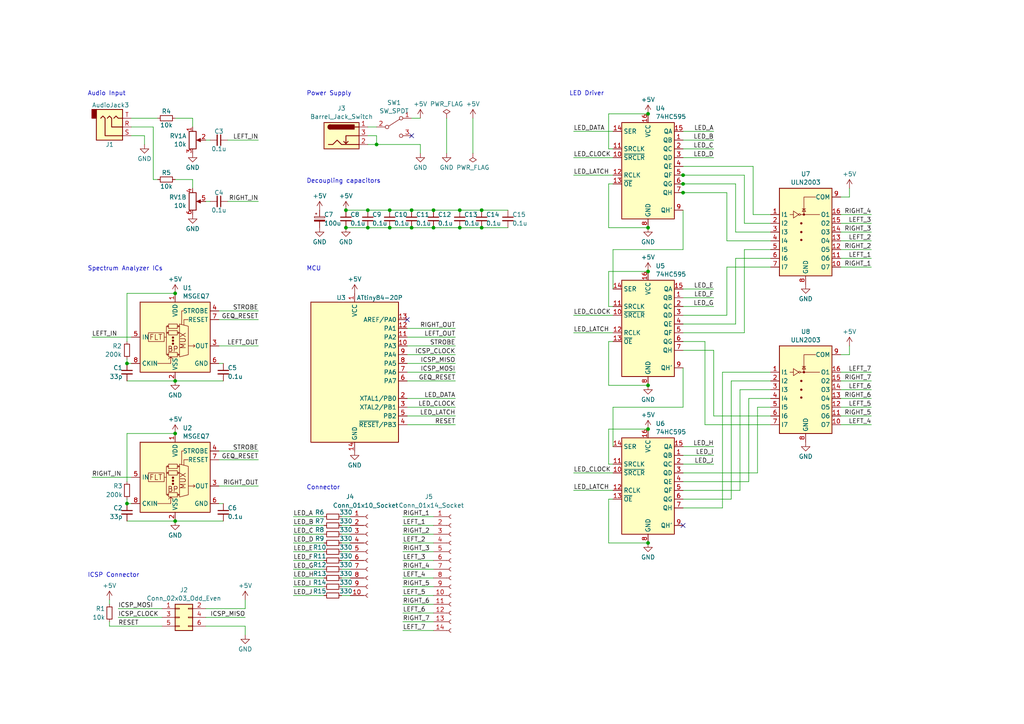
<source format=kicad_sch>
(kicad_sch (version 20230121) (generator eeschema)
  (paper "A4")
  (lib_symbols
    (symbol "74xx:74HC595"
      (property "Reference" "U" (at -7.62 13.97 0))
      (property "Value" "74HC595" (at -7.62 -16.51 0))
      (symbol "74HC595_1_0"
        (pin tri_state line (at 10.16 7.62 180) (length 2.54) (name "QB") (number "1"))
        (pin input line (at -10.16 2.54 0) (length 2.54) (name "~{SRCLR}") (number "10"))
        (pin input line (at -10.16 5.08 0) (length 2.54) (name "SRCLK") (number "11"))
        (pin input line (at -10.16 -2.54 0) (length 2.54) (name "RCLK") (number "12"))
        (pin input line (at -10.16 -5.08 0) (length 2.54) (name "~{OE}") (number "13"))
        (pin input line (at -10.16 10.16 0) (length 2.54) (name "SER") (number "14"))
        (pin tri_state line (at 10.16 10.16 180) (length 2.54) (name "QA") (number "15"))
        (pin power_in line (at 0 15.24 270) (length 2.54) (name "VCC") (number "16"))
        (pin tri_state line (at 10.16 5.08 180) (length 2.54) (name "QC") (number "2"))
        (pin tri_state line (at 10.16 2.54 180) (length 2.54) (name "QD") (number "3"))
        (pin tri_state line (at 10.16 0 180) (length 2.54) (name "QE") (number "4"))
        (pin tri_state line (at 10.16 -2.54 180) (length 2.54) (name "QF") (number "5"))
        (pin tri_state line (at 10.16 -5.08 180) (length 2.54) (name "QG") (number "6"))
        (pin tri_state line (at 10.16 -7.62 180) (length 2.54) (name "QH") (number "7"))
        (pin power_in line (at 0 -17.78 90) (length 2.54) (name "GND") (number "8"))
        (pin output line (at 10.16 -12.7 180) (length 2.54) (name "QH'") (number "9"))
      )
    )
    (symbol "Audio:MSGEQ7"
      (property "Reference" "U" (at -2.54 13.97 0))
      (property "Value" "MSGEQ7" (at -2.54 11.43 0))
      (symbol "MSGEQ7_0_0"
        (text "BP" (at -0.635 -3.429 0) (effects (font (size 1.524 1.524))))
        (text "FLT" (at -5.588 0 0) (effects (font (size 1.524 1.524))))
        (text "MUX" (at 2.286 -1.016 900) (effects (font (size 1.524 1.524))))
      )
      (symbol "MSGEQ7_1_1"
        (pin power_in line (at 0 12.7 270) (length 2.54) (name "VDD") (number "1"))
        (pin power_in line (at 0 -12.7 90) (length 2.54) (name "VSS") (number "2"))
        (pin output line (at 12.7 -2.54 180) (length 2.54) (name "OUT") (number "3"))
        (pin input line (at 12.7 7.62 180) (length 2.54) (name "STROBE") (number "4"))
        (pin input line (at -12.7 0 0) (length 2.54) (name "IN") (number "5"))
        (pin power_out line (at 12.7 -7.62 180) (length 2.54) (name "GND") (number "6"))
        (pin input line (at 12.7 5.08 180) (length 2.54) (name "RESET") (number "7"))
        (pin input line (at -12.7 -7.62 0) (length 2.54) (name "CKIN") (number "8"))
      )
    )
    (symbol "Connector:Barrel_Jack_Switch" (pin_names hide)
      (property "Reference" "J" (at 0 5.334 0))
      (property "Value" "Barrel_Jack_Switch" (at 0 -5.08 0))
      (symbol "Barrel_Jack_Switch_1_1"
        (pin passive line (at 7.62 2.54 180) (length 2.54) (name "~") (number "1"))
        (pin passive line (at 7.62 -2.54 180) (length 2.54) (name "~") (number "2"))
        (pin passive line (at 7.62 0 180) (length 2.54) (name "~") (number "3"))
      )
    )
    (symbol "Connector:Conn_01x10_Socket" (pin_names (offset 1.016) hide)
      (property "Reference" "J" (at 0 12.7 0))
      (property "Value" "Conn_01x10_Socket" (at 0 -15.24 0))
      (symbol "Conn_01x10_Socket_1_1"
        (pin passive line (at -5.08 10.16 0) (length 3.81) (name "Pin_1") (number "1"))
        (pin passive line (at -5.08 -12.7 0) (length 3.81) (name "Pin_10") (number "10"))
        (pin passive line (at -5.08 7.62 0) (length 3.81) (name "Pin_2") (number "2"))
        (pin passive line (at -5.08 5.08 0) (length 3.81) (name "Pin_3") (number "3"))
        (pin passive line (at -5.08 2.54 0) (length 3.81) (name "Pin_4") (number "4"))
        (pin passive line (at -5.08 0 0) (length 3.81) (name "Pin_5") (number "5"))
        (pin passive line (at -5.08 -2.54 0) (length 3.81) (name "Pin_6") (number "6"))
        (pin passive line (at -5.08 -5.08 0) (length 3.81) (name "Pin_7") (number "7"))
        (pin passive line (at -5.08 -7.62 0) (length 3.81) (name "Pin_8") (number "8"))
        (pin passive line (at -5.08 -10.16 0) (length 3.81) (name "Pin_9") (number "9"))
      )
    )
    (symbol "Connector:Conn_01x14_Socket" (pin_names (offset 1.016) hide)
      (property "Reference" "J" (at 0 17.78 0))
      (property "Value" "Conn_01x14_Socket" (at 0 -20.32 0))
      (symbol "Conn_01x14_Socket_1_1"
        (pin passive line (at -5.08 15.24 0) (length 3.81) (name "Pin_1") (number "1"))
        (pin passive line (at -5.08 -7.62 0) (length 3.81) (name "Pin_10") (number "10"))
        (pin passive line (at -5.08 -10.16 0) (length 3.81) (name "Pin_11") (number "11"))
        (pin passive line (at -5.08 -12.7 0) (length 3.81) (name "Pin_12") (number "12"))
        (pin passive line (at -5.08 -15.24 0) (length 3.81) (name "Pin_13") (number "13"))
        (pin passive line (at -5.08 -17.78 0) (length 3.81) (name "Pin_14") (number "14"))
        (pin passive line (at -5.08 12.7 0) (length 3.81) (name "Pin_2") (number "2"))
        (pin passive line (at -5.08 10.16 0) (length 3.81) (name "Pin_3") (number "3"))
        (pin passive line (at -5.08 7.62 0) (length 3.81) (name "Pin_4") (number "4"))
        (pin passive line (at -5.08 5.08 0) (length 3.81) (name "Pin_5") (number "5"))
        (pin passive line (at -5.08 2.54 0) (length 3.81) (name "Pin_6") (number "6"))
        (pin passive line (at -5.08 0 0) (length 3.81) (name "Pin_7") (number "7"))
        (pin passive line (at -5.08 -2.54 0) (length 3.81) (name "Pin_8") (number "8"))
        (pin passive line (at -5.08 -5.08 0) (length 3.81) (name "Pin_9") (number "9"))
      )
    )
    (symbol "Connector_Audio:AudioJack3"
      (property "Reference" "J" (at 0 8.89 0))
      (property "Value" "AudioJack3" (at 0 6.35 0))
      (symbol "AudioJack3_1_1"
        (pin passive line (at 5.08 0 180) (length 2.54) (name "~") (number "R"))
        (pin passive line (at 5.08 2.54 180) (length 2.54) (name "~") (number "S"))
        (pin passive line (at 5.08 -2.54 180) (length 2.54) (name "~") (number "T"))
      )
    )
    (symbol "Connector_Generic:Conn_02x03_Odd_Even" (pin_names (offset 1.016) hide)
      (property "Reference" "J" (at 1.27 5.08 0))
      (property "Value" "Conn_02x03_Odd_Even" (at 1.27 -5.08 0))
      (symbol "Conn_02x03_Odd_Even_1_1"
        (pin passive line (at -5.08 2.54 0) (length 3.81) (name "Pin_1") (number "1"))
        (pin passive line (at 7.62 2.54 180) (length 3.81) (name "Pin_2") (number "2"))
        (pin passive line (at -5.08 0 0) (length 3.81) (name "Pin_3") (number "3"))
        (pin passive line (at 7.62 0 180) (length 3.81) (name "Pin_4") (number "4"))
        (pin passive line (at -5.08 -2.54 0) (length 3.81) (name "Pin_5") (number "5"))
        (pin passive line (at 7.62 -2.54 180) (length 3.81) (name "Pin_6") (number "6"))
      )
    )
    (symbol "Device:C_Polarized_Small" (pin_numbers hide) (pin_names (offset 0.254) hide)
      (property "Reference" "C" (at 0.254 1.778 0))
      (property "Value" "C_Polarized_Small" (at 0.254 -2.032 0))
      (symbol "C_Polarized_Small_1_1"
        (pin passive line (at 0 2.54 270) (length 1.8542) (name "~") (number "1"))
        (pin passive line (at 0 -2.54 90) (length 1.8542) (name "~") (number "2"))
      )
    )
    (symbol "Device:C_Small" (pin_numbers hide) (pin_names (offset 0.254) hide)
      (property "Reference" "C" (at 0.254 1.778 0))
      (property "Value" "C_Small" (at 0.254 -2.032 0))
      (symbol "C_Small_1_1"
        (pin passive line (at 0 2.54 270) (length 2.032) (name "~") (number "1"))
        (pin passive line (at 0 -2.54 90) (length 2.032) (name "~") (number "2"))
      )
    )
    (symbol "Device:R_Potentiometer_Dual_Separate" (pin_names (offset 1.016) hide)
      (property "Reference" "RV" (at -4.445 0 90))
      (property "Value" "R_Potentiometer_Dual_Separate" (at -2.54 0 90))
      (symbol "R_Potentiometer_Dual_Separate_1_1"
        (pin passive line (at 0 3.81 270) (length 1.27) (name "1") (number "1"))
        (pin passive line (at 3.81 0 180) (length 1.27) (name "2") (number "2"))
        (pin passive line (at 0 -3.81 90) (length 1.27) (name "3") (number "3"))
      )
      (symbol "R_Potentiometer_Dual_Separate_2_1"
        (pin passive line (at 0 3.81 270) (length 1.27) (name "4") (number "4"))
        (pin passive line (at 3.81 0 180) (length 1.27) (name "5") (number "5"))
        (pin passive line (at 0 -3.81 90) (length 1.27) (name "6") (number "6"))
      )
    )
    (symbol "Device:R_Small" (pin_numbers hide) (pin_names (offset 0.254) hide)
      (property "Reference" "R" (at 0.762 0.508 0))
      (property "Value" "R_Small" (at 0.762 -1.016 0))
      (symbol "R_Small_1_1"
        (pin passive line (at 0 2.54 270) (length 0.762) (name "~") (number "1"))
        (pin passive line (at 0 -2.54 90) (length 0.762) (name "~") (number "2"))
      )
    )
    (symbol "MCU_Microchip_ATtiny:ATtiny84-20P"
      (property "Reference" "U" (at -12.7 21.59 0))
      (property "Value" "ATtiny84-20P" (at 2.54 -21.59 0))
      (symbol "ATtiny84-20P_1_1"
        (pin power_in line (at 0 22.86 270) (length 2.54) (name "VCC") (number "1"))
        (pin bidirectional line (at 15.24 7.62 180) (length 2.54) (name "PA3") (number "10"))
        (pin bidirectional line (at 15.24 10.16 180) (length 2.54) (name "PA2") (number "11"))
        (pin bidirectional line (at 15.24 12.7 180) (length 2.54) (name "PA1") (number "12"))
        (pin bidirectional line (at 15.24 15.24 180) (length 2.54) (name "AREF/PA0") (number "13"))
        (pin power_in line (at 0 -22.86 90) (length 2.54) (name "GND") (number "14"))
        (pin bidirectional line (at 15.24 -7.62 180) (length 2.54) (name "XTAL1/PB0") (number "2"))
        (pin bidirectional line (at 15.24 -10.16 180) (length 2.54) (name "XTAL2/PB1") (number "3"))
        (pin bidirectional line (at 15.24 -15.24 180) (length 2.54) (name "~{RESET}/PB3") (number "4"))
        (pin bidirectional line (at 15.24 -12.7 180) (length 2.54) (name "PB2") (number "5"))
        (pin bidirectional line (at 15.24 -2.54 180) (length 2.54) (name "PA7") (number "6"))
        (pin bidirectional line (at 15.24 0 180) (length 2.54) (name "PA6") (number "7"))
        (pin bidirectional line (at 15.24 2.54 180) (length 2.54) (name "PA5") (number "8"))
        (pin bidirectional line (at 15.24 5.08 180) (length 2.54) (name "PA4") (number "9"))
      )
    )
    (symbol "Switch:SW_SPDT" (pin_names (offset 0) hide)
      (property "Reference" "SW" (at 0 4.318 0))
      (property "Value" "SW_SPDT" (at 0 -5.08 0))
      (symbol "SW_SPDT_1_1"
        (pin passive line (at 5.08 2.54 180) (length 2.54) (name "A") (number "1"))
        (pin passive line (at -5.08 0 0) (length 2.54) (name "B") (number "2"))
        (pin passive line (at 5.08 -2.54 180) (length 2.54) (name "C") (number "3"))
      )
    )
    (symbol "Transistor_Array:ULN2003"
      (property "Reference" "U" (at 0 15.875 0))
      (property "Value" "ULN2003" (at 0 13.97 0))
      (symbol "ULN2003_1_1"
        (pin input line (at -10.16 5.08 0) (length 2.54) (name "I1") (number "1"))
        (pin open_collector line (at 10.16 -10.16 180) (length 2.54) (name "O7") (number "10"))
        (pin open_collector line (at 10.16 -7.62 180) (length 2.54) (name "O6") (number "11"))
        (pin open_collector line (at 10.16 -5.08 180) (length 2.54) (name "O5") (number "12"))
        (pin open_collector line (at 10.16 -2.54 180) (length 2.54) (name "O4") (number "13"))
        (pin open_collector line (at 10.16 0 180) (length 2.54) (name "O3") (number "14"))
        (pin open_collector line (at 10.16 2.54 180) (length 2.54) (name "O2") (number "15"))
        (pin open_collector line (at 10.16 5.08 180) (length 2.54) (name "O1") (number "16"))
        (pin input line (at -10.16 2.54 0) (length 2.54) (name "I2") (number "2"))
        (pin input line (at -10.16 0 0) (length 2.54) (name "I3") (number "3"))
        (pin input line (at -10.16 -2.54 0) (length 2.54) (name "I4") (number "4"))
        (pin input line (at -10.16 -5.08 0) (length 2.54) (name "I5") (number "5"))
        (pin input line (at -10.16 -7.62 0) (length 2.54) (name "I6") (number "6"))
        (pin input line (at -10.16 -10.16 0) (length 2.54) (name "I7") (number "7"))
        (pin power_in line (at 0 -15.24 90) (length 2.54) (name "GND") (number "8"))
        (pin passive line (at 10.16 10.16 180) (length 2.54) (name "COM") (number "9"))
      )
    )
    (symbol "power:+5V" (power) (pin_names (offset 0))
      (property "Value" "+5V" (at 0 3.556 0))
      (symbol "+5V_1_1"
        (pin power_in line (at 0 0 90) (length 0) hide (name "+5V") (number "1"))
      )
    )
    (symbol "power:GND" (power) (pin_names (offset 0))
      (property "Value" "GND" (at 0 -3.81 0))
      (symbol "GND_1_1"
        (pin power_in line (at 0 0 270) (length 0) hide (name "GND") (number "1"))
      )
    )
    (symbol "power:PWR_FLAG" (power) (pin_numbers hide) (pin_names (offset 0) hide)
      (property "Value" "PWR_FLAG" (at 0 3.81 0))
      (symbol "PWR_FLAG_0_0"
        (pin power_out line (at 0 0 90) (length 0) (name "pwr") (number "1"))
      )
    )
  )
  (junction (at 113.03 66.04))
  (junction (at 100.33 66.04))
  (junction (at 139.7 66.04))
  (junction (at 187.96 111.76))
  (junction (at 36.83 146.05))
  (junction (at 133.35 66.04))
  (junction (at 133.35 60.96))
  (junction (at 198.12 53.34))
  (junction (at 125.73 60.96))
  (junction (at 187.96 66.04))
  (junction (at 187.96 124.46))
  (junction (at 198.12 55.88))
  (junction (at 119.38 60.96))
  (junction (at 119.38 66.04))
  (junction (at 198.12 50.8))
  (junction (at 187.96 33.02))
  (junction (at 50.8 125.73))
  (junction (at 50.8 85.09))
  (junction (at 106.68 60.96))
  (junction (at 100.33 60.96))
  (junction (at 113.03 60.96))
  (junction (at 36.83 105.41))
  (junction (at 187.96 78.74))
  (junction (at 50.8 151.13))
  (junction (at 106.68 66.04))
  (junction (at 187.96 157.48))
  (junction (at 109.22 41.91))
  (junction (at 125.73 66.04))
  (junction (at 139.7 60.96))
  (junction (at 50.8 110.49))
  (no_connect (at 119.38 39.37))
  (no_connect (at 198.12 152.4))
  (no_connect (at 118.11 92.71))
  (wire (pts (xy 31.75 173.99) (xy 31.75 175.26)))
  (wire (pts (xy 125.73 154.94) (xy 116.84 154.94)))
  (wire (pts (xy 176.53 134.62) (xy 176.53 124.46)))
  (wire (pts (xy 59.69 176.53) (xy 71.12 176.53)))
  (wire (pts (xy 85.09 157.48) (xy 93.98 157.48)))
  (wire (pts (xy 121.92 41.91) (xy 121.92 44.45)))
  (wire (pts (xy 218.44 62.23) (xy 218.44 48.26)))
  (wire (pts (xy 198.12 147.32) (xy 209.55 147.32)))
  (wire (pts (xy 113.03 66.04) (xy 119.38 66.04)))
  (wire (pts (xy 243.84 77.47) (xy 252.73 77.47)))
  (wire (pts (xy 198.12 134.62) (xy 207.01 134.62)))
  (wire (pts (xy 85.09 154.94) (xy 93.98 154.94)))
  (wire (pts (xy 176.53 99.06) (xy 176.53 111.76)))
  (wire (pts (xy 214.63 113.03) (xy 223.52 113.03)))
  (wire (pts (xy 137.16 34.29) (xy 137.16 44.45)))
  (wire (pts (xy 213.36 74.93) (xy 213.36 93.98)))
  (wire (pts (xy 59.69 181.61) (xy 71.12 181.61)))
  (wire (pts (xy 198.12 40.64) (xy 207.01 40.64)))
  (wire (pts (xy 44.45 52.07) (xy 45.72 52.07)))
  (wire (pts (xy 210.82 69.85) (xy 210.82 55.88)))
  (wire (pts (xy 59.69 40.64) (xy 60.96 40.64)))
  (wire (pts (xy 36.83 144.78) (xy 36.83 146.05)))
  (wire (pts (xy 125.73 60.96) (xy 133.35 60.96)))
  (wire (pts (xy 85.09 149.86) (xy 93.98 149.86)))
  (wire (pts (xy 198.12 72.39) (xy 198.12 60.96)))
  (wire (pts (xy 31.75 181.61) (xy 46.99 181.61)))
  (wire (pts (xy 198.12 38.1) (xy 207.01 38.1)))
  (wire (pts (xy 215.9 64.77) (xy 223.52 64.77)))
  (wire (pts (xy 118.11 120.65) (xy 132.08 120.65)))
  (wire (pts (xy 59.69 58.42) (xy 60.96 58.42)))
  (wire (pts (xy 176.53 157.48) (xy 187.96 157.48)))
  (wire (pts (xy 74.93 40.64) (xy 66.04 40.64)))
  (wire (pts (xy 119.38 66.04) (xy 125.73 66.04)))
  (wire (pts (xy 176.53 111.76) (xy 187.96 111.76)))
  (wire (pts (xy 106.68 66.04) (xy 113.03 66.04)))
  (wire (pts (xy 196.85 53.34) (xy 198.12 53.34)))
  (wire (pts (xy 218.44 48.26) (xy 198.12 48.26)))
  (wire (pts (xy 246.38 57.15) (xy 243.84 57.15)))
  (wire (pts (xy 212.09 144.78) (xy 212.09 110.49)))
  (wire (pts (xy 41.91 39.37) (xy 41.91 41.91)))
  (wire (pts (xy 177.8 118.11) (xy 198.12 118.11)))
  (wire (pts (xy 198.12 96.52) (xy 215.9 96.52)))
  (wire (pts (xy 198.12 101.6) (xy 207.01 101.6)))
  (wire (pts (xy 38.1 105.41) (xy 36.83 105.41)))
  (wire (pts (xy 243.84 113.03) (xy 252.73 113.03)))
  (wire (pts (xy 207.01 120.65) (xy 223.52 120.65)))
  (wire (pts (xy 63.5 100.33) (xy 74.93 100.33)))
  (wire (pts (xy 166.37 38.1) (xy 177.8 38.1)))
  (wire (pts (xy 243.84 74.93) (xy 252.73 74.93)))
  (wire (pts (xy 198.12 144.78) (xy 212.09 144.78)))
  (wire (pts (xy 85.09 162.56) (xy 93.98 162.56)))
  (wire (pts (xy 63.5 133.35) (xy 74.93 133.35)))
  (wire (pts (xy 198.12 118.11) (xy 198.12 106.68)))
  (wire (pts (xy 246.38 100.33) (xy 246.38 102.87)))
  (wire (pts (xy 204.47 99.06) (xy 198.12 99.06)))
  (wire (pts (xy 101.6 172.72) (xy 99.06 172.72)))
  (wire (pts (xy 50.8 151.13) (xy 64.77 151.13)))
  (wire (pts (xy 198.12 50.8) (xy 215.9 50.8)))
  (wire (pts (xy 50.8 34.29) (xy 55.88 34.29)))
  (wire (pts (xy 166.37 142.24) (xy 177.8 142.24)))
  (wire (pts (xy 198.12 132.08) (xy 207.01 132.08)))
  (wire (pts (xy 176.53 66.04) (xy 187.96 66.04)))
  (wire (pts (xy 101.6 157.48) (xy 99.06 157.48)))
  (wire (pts (xy 166.37 50.8) (xy 177.8 50.8)))
  (wire (pts (xy 63.5 105.41) (xy 64.77 105.41)))
  (wire (pts (xy 166.37 137.16) (xy 177.8 137.16)))
  (wire (pts (xy 34.29 179.07) (xy 46.99 179.07)))
  (wire (pts (xy 133.35 66.04) (xy 139.7 66.04)))
  (wire (pts (xy 243.84 120.65) (xy 252.73 120.65)))
  (wire (pts (xy 36.83 125.73) (xy 50.8 125.73)))
  (wire (pts (xy 106.68 39.37) (xy 109.22 39.37)))
  (wire (pts (xy 243.84 107.95) (xy 252.73 107.95)))
  (wire (pts (xy 85.09 167.64) (xy 93.98 167.64)))
  (wire (pts (xy 177.8 99.06) (xy 176.53 99.06)))
  (wire (pts (xy 198.12 88.9) (xy 207.01 88.9)))
  (wire (pts (xy 36.83 85.09) (xy 50.8 85.09)))
  (wire (pts (xy 243.84 67.31) (xy 252.73 67.31)))
  (wire (pts (xy 198.12 93.98) (xy 213.36 93.98)))
  (wire (pts (xy 101.6 152.4) (xy 99.06 152.4)))
  (wire (pts (xy 50.8 110.49) (xy 64.77 110.49)))
  (wire (pts (xy 139.7 60.96) (xy 147.32 60.96)))
  (wire (pts (xy 196.85 55.88) (xy 198.12 55.88)))
  (wire (pts (xy 198.12 45.72) (xy 207.01 45.72)))
  (wire (pts (xy 118.11 118.11) (xy 132.08 118.11)))
  (wire (pts (xy 125.73 165.1) (xy 116.84 165.1)))
  (wire (pts (xy 125.73 172.72) (xy 116.84 172.72)))
  (wire (pts (xy 101.6 167.64) (xy 99.06 167.64)))
  (wire (pts (xy 213.36 67.31) (xy 213.36 53.34)))
  (wire (pts (xy 243.84 110.49) (xy 252.73 110.49)))
  (wire (pts (xy 85.09 172.72) (xy 93.98 172.72)))
  (wire (pts (xy 63.5 140.97) (xy 74.93 140.97)))
  (wire (pts (xy 215.9 72.39) (xy 215.9 96.52)))
  (wire (pts (xy 177.8 134.62) (xy 176.53 134.62)))
  (wire (pts (xy 243.84 72.39) (xy 252.73 72.39)))
  (wire (pts (xy 176.53 78.74) (xy 187.96 78.74)))
  (wire (pts (xy 125.73 162.56) (xy 116.84 162.56)))
  (wire (pts (xy 177.8 53.34) (xy 176.53 53.34)))
  (wire (pts (xy 212.09 110.49) (xy 223.52 110.49)))
  (wire (pts (xy 177.8 129.54) (xy 177.8 118.11)))
  (wire (pts (xy 85.09 152.4) (xy 93.98 152.4)))
  (wire (pts (xy 125.73 160.02) (xy 116.84 160.02)))
  (wire (pts (xy 125.73 167.64) (xy 116.84 167.64)))
  (wire (pts (xy 119.38 60.96) (xy 125.73 60.96)))
  (wire (pts (xy 106.68 60.96) (xy 113.03 60.96)))
  (wire (pts (xy 118.11 97.79) (xy 132.08 97.79)))
  (wire (pts (xy 198.12 91.44) (xy 210.82 91.44)))
  (wire (pts (xy 36.83 105.41) (xy 36.83 104.14)))
  (wire (pts (xy 198.12 55.88) (xy 210.82 55.88)))
  (wire (pts (xy 100.33 66.04) (xy 106.68 66.04)))
  (wire (pts (xy 166.37 96.52) (xy 177.8 96.52)))
  (wire (pts (xy 177.8 43.18) (xy 176.53 43.18)))
  (wire (pts (xy 109.22 39.37) (xy 109.22 41.91)))
  (wire (pts (xy 118.11 102.87) (xy 132.08 102.87)))
  (wire (pts (xy 50.8 52.07) (xy 55.88 52.07)))
  (wire (pts (xy 209.55 147.32) (xy 209.55 107.95)))
  (wire (pts (xy 101.6 162.56) (xy 99.06 162.56)))
  (wire (pts (xy 218.44 62.23) (xy 223.52 62.23)))
  (wire (pts (xy 213.36 67.31) (xy 223.52 67.31)))
  (wire (pts (xy 219.71 137.16) (xy 219.71 118.11)))
  (wire (pts (xy 217.17 139.7) (xy 217.17 115.57)))
  (wire (pts (xy 71.12 176.53) (xy 71.12 173.99)))
  (wire (pts (xy 113.03 60.96) (xy 119.38 60.96)))
  (wire (pts (xy 45.72 34.29) (xy 38.1 34.29)))
  (wire (pts (xy 198.12 139.7) (xy 217.17 139.7)))
  (wire (pts (xy 243.84 62.23) (xy 252.73 62.23)))
  (wire (pts (xy 31.75 180.34) (xy 31.75 181.61)))
  (wire (pts (xy 176.53 88.9) (xy 176.53 78.74)))
  (wire (pts (xy 243.84 64.77) (xy 252.73 64.77)))
  (wire (pts (xy 118.11 95.25) (xy 132.08 95.25)))
  (wire (pts (xy 118.11 100.33) (xy 132.08 100.33)))
  (wire (pts (xy 210.82 69.85) (xy 223.52 69.85)))
  (wire (pts (xy 118.11 105.41) (xy 132.08 105.41)))
  (wire (pts (xy 85.09 170.18) (xy 93.98 170.18)))
  (wire (pts (xy 133.35 60.96) (xy 139.7 60.96)))
  (wire (pts (xy 106.68 41.91) (xy 109.22 41.91)))
  (wire (pts (xy 177.8 88.9) (xy 176.53 88.9)))
  (wire (pts (xy 63.5 146.05) (xy 64.77 146.05)))
  (wire (pts (xy 166.37 91.44) (xy 177.8 91.44)))
  (wire (pts (xy 176.53 43.18) (xy 176.53 33.02)))
  (wire (pts (xy 55.88 34.29) (xy 55.88 36.83)))
  (wire (pts (xy 209.55 107.95) (xy 223.52 107.95)))
  (wire (pts (xy 125.73 177.8) (xy 116.84 177.8)))
  (wire (pts (xy 198.12 142.24) (xy 214.63 142.24)))
  (wire (pts (xy 246.38 54.61) (xy 246.38 57.15)))
  (wire (pts (xy 176.53 53.34) (xy 176.53 66.04)))
  (wire (pts (xy 125.73 66.04) (xy 133.35 66.04)))
  (wire (pts (xy 217.17 115.57) (xy 223.52 115.57)))
  (wire (pts (xy 243.84 69.85) (xy 252.73 69.85)))
  (wire (pts (xy 59.69 179.07) (xy 71.12 179.07)))
  (wire (pts (xy 198.12 137.16) (xy 219.71 137.16)))
  (wire (pts (xy 125.73 175.26) (xy 116.84 175.26)))
  (wire (pts (xy 125.73 149.86) (xy 116.84 149.86)))
  (wire (pts (xy 125.73 170.18) (xy 116.84 170.18)))
  (wire (pts (xy 215.9 64.77) (xy 215.9 50.8)))
  (wire (pts (xy 210.82 77.47) (xy 210.82 91.44)))
  (wire (pts (xy 109.22 41.91) (xy 121.92 41.91)))
  (wire (pts (xy 177.8 83.82) (xy 177.8 72.39)))
  (wire (pts (xy 36.83 151.13) (xy 50.8 151.13)))
  (wire (pts (xy 44.45 36.83) (xy 44.45 52.07)))
  (wire (pts (xy 101.6 165.1) (xy 99.06 165.1)))
  (wire (pts (xy 213.36 74.93) (xy 223.52 74.93)))
  (wire (pts (xy 38.1 39.37) (xy 41.91 39.37)))
  (wire (pts (xy 243.84 123.19) (xy 252.73 123.19)))
  (wire (pts (xy 74.93 58.42) (xy 66.04 58.42)))
  (wire (pts (xy 44.45 36.83) (xy 38.1 36.83)))
  (wire (pts (xy 118.11 107.95) (xy 132.08 107.95)))
  (wire (pts (xy 176.53 144.78) (xy 176.53 157.48)))
  (wire (pts (xy 36.83 146.05) (xy 38.1 146.05)))
  (wire (pts (xy 101.6 160.02) (xy 99.06 160.02)))
  (wire (pts (xy 125.73 182.88) (xy 116.84 182.88)))
  (wire (pts (xy 243.84 118.11) (xy 252.73 118.11)))
  (wire (pts (xy 219.71 118.11) (xy 223.52 118.11)))
  (wire (pts (xy 118.11 123.19) (xy 132.08 123.19)))
  (wire (pts (xy 198.12 86.36) (xy 207.01 86.36)))
  (wire (pts (xy 204.47 123.19) (xy 204.47 99.06)))
  (wire (pts (xy 223.52 77.47) (xy 210.82 77.47)))
  (wire (pts (xy 166.37 45.72) (xy 177.8 45.72)))
  (wire (pts (xy 125.73 180.34) (xy 116.84 180.34)))
  (wire (pts (xy 63.5 130.81) (xy 74.93 130.81)))
  (wire (pts (xy 85.09 165.1) (xy 93.98 165.1)))
  (wire (pts (xy 207.01 101.6) (xy 207.01 120.65)))
  (wire (pts (xy 26.67 138.43) (xy 38.1 138.43)))
  (wire (pts (xy 118.11 110.49) (xy 132.08 110.49)))
  (wire (pts (xy 85.09 160.02) (xy 93.98 160.02)))
  (wire (pts (xy 125.73 152.4) (xy 116.84 152.4)))
  (wire (pts (xy 101.6 170.18) (xy 99.06 170.18)))
  (wire (pts (xy 63.5 90.17) (xy 74.93 90.17)))
  (wire (pts (xy 109.22 36.83) (xy 106.68 36.83)))
  (wire (pts (xy 243.84 115.57) (xy 252.73 115.57)))
  (wire (pts (xy 71.12 181.61) (xy 71.12 184.15)))
  (wire (pts (xy 177.8 72.39) (xy 198.12 72.39)))
  (wire (pts (xy 214.63 142.24) (xy 214.63 113.03)))
  (wire (pts (xy 125.73 157.48) (xy 116.84 157.48)))
  (wire (pts (xy 100.33 60.96) (xy 106.68 60.96)))
  (wire (pts (xy 36.83 110.49) (xy 50.8 110.49)))
  (wire (pts (xy 246.38 102.87) (xy 243.84 102.87)))
  (wire (pts (xy 101.6 154.94) (xy 99.06 154.94)))
  (wire (pts (xy 223.52 123.19) (xy 204.47 123.19)))
  (wire (pts (xy 55.88 52.07) (xy 55.88 54.61)))
  (wire (pts (xy 177.8 144.78) (xy 176.53 144.78)))
  (wire (pts (xy 101.6 149.86) (xy 99.06 149.86)))
  (wire (pts (xy 118.11 115.57) (xy 132.08 115.57)))
  (wire (pts (xy 129.54 34.29) (xy 129.54 44.45)))
  (wire (pts (xy 198.12 43.18) (xy 207.01 43.18)))
  (wire (pts (xy 34.29 176.53) (xy 46.99 176.53)))
  (wire (pts (xy 215.9 72.39) (xy 223.52 72.39)))
  (wire (pts (xy 198.12 83.82) (xy 207.01 83.82)))
  (wire (pts (xy 176.53 124.46) (xy 187.96 124.46)))
  (wire (pts (xy 139.7 66.04) (xy 147.32 66.04)))
  (wire (pts (xy 36.83 99.06) (xy 36.83 85.09)))
  (wire (pts (xy 198.12 129.54) (xy 207.01 129.54)))
  (wire (pts (xy 63.5 92.71) (xy 74.93 92.71)))
  (wire (pts (xy 196.85 50.8) (xy 198.12 50.8)))
  (wire (pts (xy 26.67 97.79) (xy 38.1 97.79)))
  (wire (pts (xy 198.12 53.34) (xy 213.36 53.34)))
  (wire (pts (xy 176.53 33.02) (xy 187.96 33.02)))
  (wire (pts (xy 119.38 34.29) (xy 121.92 34.29)))
  (wire (pts (xy 36.83 139.7) (xy 36.83 125.73)))
  (text "Spectrum Analyzer ICs" (at 25.4 78.74 0) (effects (font (size 1.27 1.27)) (justify left bottom)))
  (text "Power Supply" (at 88.9 27.94 0) (effects (font (size 1.27 1.27)) (justify left bottom)))
  (text "LED Driver" (at 165.1 27.94 0) (effects (font (size 1.27 1.27)) (justify left bottom)))
  (text "Audio Input" (at 25.4 27.94 0) (effects (font (size 1.27 1.27)) (justify left bottom)))
  (text "Decoupling capacitors" (at 88.9 53.34 0) (effects (font (size 1.27 1.27)) (justify left bottom)))
  (text "MCU" (at 88.9 78.74 0) (effects (font (size 1.27 1.27)) (justify left bottom)))
  (text "ICSP Connector" (at 25.4 167.64 0) (effects (font (size 1.27 1.27)) (justify left bottom)))
  (text "Connector" (at 88.9 142.24 0) (effects (font (size 1.27 1.27)) (justify left bottom)))
  (label "LED_B" (at 85.09 152.4 0))
  (label "LEFT_OUT" (at 132.08 97.79 180))
  (label "LEFT_4" (at 116.84 167.64 0))
  (label "LED_D" (at 85.09 157.48 0))
  (label "RIGHT_OUT" (at 132.08 95.25 180))
  (label "LED_B" (at 207.01 40.64 180))
  (label "ICSP_MOSI" (at 132.08 107.95 180))
  (label "GEQ_RESET" (at 74.93 133.35 180))
  (label "LED_F" (at 85.09 162.56 0))
  (label "GEQ_RESET" (at 74.93 92.71 180))
  (label "RIGHT_3" (at 116.84 160.02 0))
  (label "LEFT_IN" (at 26.67 97.79 0))
  (label "LED_A" (at 207.01 38.1 180))
  (label "LED_C" (at 207.01 43.18 180))
  (label "LED_G" (at 85.09 165.1 0))
  (label "RIGHT_6" (at 252.73 115.57 180))
  (label "LED_CLOCK" (at 166.37 45.72 0))
  (label "RIGHT_1" (at 116.84 149.86 0))
  (label "LED_DATA" (at 166.37 38.1 0))
  (label "LED_LATCH" (at 166.37 50.8 0))
  (label "LED_CLOCK" (at 166.37 137.16 0))
  (label "RIGHT_7" (at 252.73 110.49 180))
  (label "ICSP_CLOCK" (at 34.29 179.07 0))
  (label "LED_J" (at 207.01 134.62 180))
  (label "LED_I" (at 207.01 132.08 180))
  (label "LED_H" (at 207.01 129.54 180))
  (label "LED_E" (at 85.09 160.02 0))
  (label "LED_CLOCK" (at 132.08 118.11 180))
  (label "STROBE" (at 74.93 130.81 180))
  (label "RIGHT_6" (at 116.84 175.26 0))
  (label "RIGHT_4" (at 252.73 62.23 180))
  (label "ICSP_MISO" (at 132.08 105.41 180))
  (label "RIGHT_OUT" (at 74.93 140.97 180))
  (label "STROBE" (at 74.93 90.17 180))
  (label "RIGHT_IN" (at 26.67 138.43 0))
  (label "RIGHT_2" (at 252.73 72.39 180))
  (label "STROBE" (at 132.08 100.33 180))
  (label "LED_G" (at 207.01 88.9 180))
  (label "LED_LATCH" (at 166.37 142.24 0))
  (label "RIGHT_5" (at 116.84 170.18 0))
  (label "LEFT_1" (at 252.73 74.93 180))
  (label "RIGHT_3" (at 252.73 67.31 180))
  (label "RIGHT_7" (at 116.84 180.34 0))
  (label "LED_I" (at 85.09 170.18 0))
  (label "RIGHT_1" (at 252.73 77.47 180))
  (label "ICSP_MISO" (at 71.12 179.07 180))
  (label "LED_J" (at 85.09 172.72 0))
  (label "LEFT_5" (at 116.84 172.72 0))
  (label "LEFT_6" (at 116.84 177.8 0))
  (label "LEFT_6" (at 252.73 113.03 180))
  (label "LEFT_7" (at 116.84 182.88 0))
  (label "LEFT_3" (at 116.84 162.56 0))
  (label "ICSP_MOSI" (at 34.29 176.53 0))
  (label "LED_LATCH" (at 132.08 120.65 180))
  (label "ICSP_CLOCK" (at 132.08 102.87 180))
  (label "LEFT_IN" (at 74.93 40.64 180))
  (label "RIGHT_4" (at 116.84 165.1 0))
  (label "RIGHT_5" (at 252.73 120.65 180))
  (label "LED_F" (at 207.01 86.36 180))
  (label "LEFT_5" (at 252.73 118.11 180))
  (label "LED_E" (at 207.01 83.82 180))
  (label "LEFT_2" (at 252.73 69.85 180))
  (label "LED_H" (at 85.09 167.64 0))
  (label "RESET" (at 34.29 181.61 0))
  (label "LED_CLOCK" (at 166.37 91.44 0))
  (label "LED_LATCH" (at 166.37 96.52 0))
  (label "LEFT_1" (at 116.84 152.4 0))
  (label "LEFT_3" (at 252.73 64.77 180))
  (label "RIGHT_IN" (at 74.93 58.42 180))
  (label "LED_D" (at 207.01 45.72 180))
  (label "LED_DATA" (at 132.08 115.57 180))
  (label "LEFT_OUT" (at 74.93 100.33 180))
  (label "LEFT_2" (at 116.84 157.48 0))
  (label "LEFT_7" (at 252.73 107.95 180))
  (label "RESET" (at 132.08 123.19 180))
  (label "RIGHT_2" (at 116.84 154.94 0))
  (label "LED_A" (at 85.09 149.86 0))
  (label "GEQ_RESET" (at 132.08 110.49 180))
  (label "LEFT_4" (at 252.73 123.19 180))
  (label "LED_C" (at 85.09 154.94 0))
  (symbol (lib_id "power:+5V") (at 246.38 54.61 0) (unit 1)
    (property "Reference" "#PWR033" (effects hide))
    (property "Value" "+5V" (at 246.38 50.4769 0))
  )
  (symbol (lib_id "power:GND") (at 55.88 44.45 0) (mirror y) (unit 1)
    (property "Reference" "#PWR07" (effects hide))
    (property "Value" "GND" (at 55.88 48.5831 0))
  )
  (symbol (lib_id "Device:R_Small") (at 96.52 172.72 90) (unit 1)
    (property "Reference" "R15" (at 92.71 171.45 90))
    (property "Value" "330" (at 100.33 171.45 90))
    (property "Footprint" "Resistor_THT:R_Axial_DIN0207_L6.3mm_D2.5mm_P7.62mm_Horizontal" (effects hide))
  )
  (symbol (lib_id "Audio:MSGEQ7") (at 50.8 138.43 0) (unit 1)
    (property "Reference" "U2" (at 52.9941 124.1257 0) (effects (justify left)))
    (property "Value" "MSGEQ7" (at 52.9941 126.5499 0) (effects (justify left)))
    (property "Footprint" "Package_DIP:DIP-8_W7.62mm" (effects hide))
    (property "Datasheet" "http://mix-sig.com/images/datasheets/MSGEQ7.pdf" (effects hide))
  )
  (symbol (lib_id "Device:C_Small") (at 36.83 148.59 0) (unit 1)
    (property "Reference" "C2" (at 35.56 147.32 0) (effects (justify right)))
    (property "Value" "33p" (at 35.56 149.86 0) (effects (justify right)))
    (property "Footprint" "Capacitor_THT:C_Disc_D3.4mm_W2.1mm_P2.50mm" (effects hide))
  )
  (symbol (lib_id "power:+5V") (at 137.16 34.29 0) (unit 1)
    (property "Reference" "#PWR024" (effects hide))
    (property "Value" "+5V" (at 137.16 30.1569 0))
  )
  (symbol (lib_id "74xx:74HC595") (at 187.96 139.7 0) (unit 1)
    (property "Reference" "U6" (at 190.1541 122.8557 0) (effects (justify left)))
    (property "Value" "74HC595" (at 190.1541 125.2799 0) (effects (justify left)))
    (property "Footprint" "Package_DIP:DIP-16_W7.62mm" (effects hide))
    (property "Datasheet" "http://www.ti.com/lit/ds/symlink/sn74hc595.pdf" (effects hide))
  )
  (symbol (lib_id "Device:C_Small") (at 63.5 58.42 270) (mirror x) (unit 1)
    (property "Reference" "C4" (at 63.5 55.88 90))
    (property "Value" "0.1u" (at 63.5 60.96 90))
    (property "Footprint" "Capacitor_THT:C_Disc_D3.4mm_W2.1mm_P2.50mm" (effects hide))
  )
  (symbol (lib_id "MCU_Microchip_ATtiny:ATtiny84-20P") (at 102.87 107.95 0) (unit 1)
    (property "Reference" "U3" (at 100.33 86.36 0) (effects (justify right)))
    (property "Value" "ATtiny84-20P" (at 116.84 86.36 0) (effects (justify right)))
    (property "Footprint" "Package_DIP:DIP-14_W7.62mm" (effects hide))
    (property "Datasheet" "http://ww1.microchip.com/downloads/en/DeviceDoc/doc8006.pdf" (effects hide))
  )
  (symbol (lib_id "power:+5V") (at 31.75 173.99 0) (unit 1)
    (property "Reference" "#PWR01" (effects hide))
    (property "Value" "+5V" (at 31.75 169.8569 0))
  )
  (symbol (lib_id "Audio:MSGEQ7") (at 50.8 97.79 0) (unit 1)
    (property "Reference" "U1" (at 52.9941 83.4857 0) (effects (justify left)))
    (property "Value" "MSGEQ7" (at 52.9941 85.9099 0) (effects (justify left)))
    (property "Footprint" "Package_DIP:DIP-8_W7.62mm" (effects hide))
    (property "Datasheet" "http://mix-sig.com/images/datasheets/MSGEQ7.pdf" (effects hide))
  )
  (symbol (lib_id "power:+5V") (at 246.38 100.33 0) (unit 1)
    (property "Reference" "#PWR034" (effects hide))
    (property "Value" "+5V" (at 246.38 96.1969 0))
  )
  (symbol (lib_id "Connector_Audio:AudioJack3") (at 33.02 36.83 0) (mirror x) (unit 1)
    (property "Reference" "J1" (at 33.02 41.91 0) (effects (justify right)))
    (property "Value" "AudioJack3" (at 26.67 30.48 0) (effects (justify left)))
    (property "Footprint" "Connector_Audio:Jack_3.5mm_Switronic_ST-005-G_horizontal" (effects hide))
  )
  (symbol (lib_id "Device:R_Small") (at 96.52 154.94 90) (unit 1)
    (property "Reference" "R8" (at 92.71 153.67 90))
    (property "Value" "330" (at 100.33 153.67 90))
    (property "Footprint" "Resistor_THT:R_Axial_DIN0207_L6.3mm_D2.5mm_P7.62mm_Horizontal" (effects hide))
  )
  (symbol (lib_id "Device:C_Small") (at 125.73 63.5 0) (unit 1)
    (property "Reference" "C12" (at 127 62.23 0) (effects (justify left)))
    (property "Value" "0.1u" (at 127 64.77 0) (effects (justify left)))
    (property "Footprint" "Capacitor_THT:C_Disc_D3.4mm_W2.1mm_P2.50mm" (effects hide))
  )
  (symbol (lib_id "Device:C_Small") (at 147.32 63.5 0) (unit 1)
    (property "Reference" "C15" (at 148.59 62.23 0) (effects (justify left)))
    (property "Value" "0.1u" (at 148.59 64.77 0) (effects (justify left)))
    (property "Footprint" "Capacitor_THT:C_Disc_D3.4mm_W2.1mm_P2.50mm" (effects hide))
  )
  (symbol (lib_id "power:GND") (at 50.8 110.49 0) (unit 1)
    (property "Reference" "#PWR04" (effects hide))
    (property "Value" "GND" (at 50.8 114.6231 0))
  )
  (symbol (lib_id "Device:R_Small") (at 36.83 101.6 0) (unit 1)
    (property "Reference" "R2" (at 35.3314 100.3879 0) (effects (justify right)))
    (property "Value" "200k" (at 35.3314 102.8121 0) (effects (justify right)))
    (property "Footprint" "Resistor_THT:R_Axial_DIN0207_L6.3mm_D2.5mm_P7.62mm_Horizontal" (effects hide))
  )
  (symbol (lib_id "Device:R_Small") (at 96.52 152.4 90) (unit 1)
    (property "Reference" "R7" (at 92.71 151.13 90))
    (property "Value" "330" (at 100.33 151.13 90))
    (property "Footprint" "Resistor_THT:R_Axial_DIN0207_L6.3mm_D2.5mm_P7.62mm_Horizontal" (effects hide))
  )
  (symbol (lib_id "power:GND") (at 233.68 82.55 0) (unit 1)
    (property "Reference" "#PWR031" (effects hide))
    (property "Value" "GND" (at 233.68 86.6831 0))
  )
  (symbol (lib_id "Device:R_Small") (at 48.26 52.07 90) (mirror x) (unit 1)
    (property "Reference" "R5" (at 48.26 50.8 90) (effects (justify bottom)))
    (property "Value" "10k" (at 48.26 53.34 90) (effects (justify top)))
    (property "Footprint" "Resistor_THT:R_Axial_DIN0207_L6.3mm_D2.5mm_P7.62mm_Horizontal" (effects hide))
  )
  (symbol (lib_id "Switch:SW_SPDT") (at 114.3 36.83 0) (unit 1)
    (property "Reference" "SW1" (at 114.3 29.7647 0))
    (property "Value" "SW_SPDT" (at 114.3 32.1889 0))
    (property "Footprint" "aki_Switch:4MS1R202M6QES" (effects hide))
  )
  (symbol (lib_id "Device:R_Small") (at 96.52 162.56 90) (unit 1)
    (property "Reference" "R11" (at 92.71 161.29 90))
    (property "Value" "330" (at 100.33 161.29 90))
    (property "Footprint" "Resistor_THT:R_Axial_DIN0207_L6.3mm_D2.5mm_P7.62mm_Horizontal" (effects hide))
  )
  (symbol (lib_id "power:GND") (at 233.68 128.27 0) (unit 1)
    (property "Reference" "#PWR032" (effects hide))
    (property "Value" "GND" (at 233.68 132.4031 0))
  )
  (symbol (lib_id "Device:C_Small") (at 63.5 40.64 270) (mirror x) (unit 1)
    (property "Reference" "C3" (at 63.5 38.1 90))
    (property "Value" "0.1u" (at 63.5 43.18 90))
    (property "Footprint" "Capacitor_THT:C_Disc_D3.4mm_W2.1mm_P2.50mm" (effects hide))
  )
  (symbol (lib_id "Device:R_Small") (at 96.52 167.64 90) (unit 1)
    (property "Reference" "R13" (at 92.71 166.37 90))
    (property "Value" "330" (at 100.33 166.37 90))
    (property "Footprint" "Resistor_THT:R_Axial_DIN0207_L6.3mm_D2.5mm_P7.62mm_Horizontal" (effects hide))
  )
  (symbol (lib_id "Device:R_Small") (at 96.52 149.86 90) (unit 1)
    (property "Reference" "R6" (at 92.71 148.59 90))
    (property "Value" "330" (at 100.33 148.59 90))
    (property "Footprint" "Resistor_THT:R_Axial_DIN0207_L6.3mm_D2.5mm_P7.62mm_Horizontal" (effects hide))
  )
  (symbol (lib_id "Device:R_Potentiometer_Dual_Separate") (at 55.88 58.42 0) (unit 2)
    (property "Reference" "RV1" (at 54.1021 57.2079 0) (effects (justify right)))
    (property "Value" "10k" (at 54.1021 59.6321 0) (effects (justify right)))
    (property "Footprint" "Potentiometer_THT:Potentiometer_Alps_RK097_Dual_Horizontal" (effects hide))
  )
  (symbol (lib_id "power:+5V") (at 102.87 85.09 0) (unit 1)
    (property "Reference" "#PWR017" (effects hide))
    (property "Value" "+5V" (at 102.87 80.9569 0))
  )
  (symbol (lib_id "power:PWR_FLAG") (at 137.16 44.45 0) (mirror x) (unit 1)
    (property "Reference" "#FLG02" (effects hide))
    (property "Value" "PWR_FLAG" (at 137.16 48.5831 0))
  )
  (symbol (lib_id "Device:C_Small") (at 113.03 63.5 0) (unit 1)
    (property "Reference" "C10" (at 114.3 62.23 0) (effects (justify left)))
    (property "Value" "0.1u" (at 114.3 64.77 0) (effects (justify left)))
    (property "Footprint" "Capacitor_THT:C_Disc_D3.4mm_W2.1mm_P2.50mm" (effects hide))
  )
  (symbol (lib_id "power:GND") (at 187.96 157.48 0) (unit 1)
    (property "Reference" "#PWR030" (effects hide))
    (property "Value" "GND" (at 187.96 161.6131 0))
  )
  (symbol (lib_id "Device:C_Small") (at 36.83 107.95 0) (unit 1)
    (property "Reference" "C1" (at 35.56 106.68 0) (effects (justify right)))
    (property "Value" "33p" (at 35.56 109.22 0) (effects (justify right)))
    (property "Footprint" "Capacitor_THT:C_Disc_D3.4mm_W2.1mm_P2.50mm" (effects hide))
  )
  (symbol (lib_id "power:+5V") (at 187.96 33.02 0) (unit 1)
    (property "Reference" "#PWR025" (effects hide))
    (property "Value" "+5V" (at 187.96 28.8869 0))
  )
  (symbol (lib_id "Device:C_Small") (at 133.35 63.5 0) (unit 1)
    (property "Reference" "C13" (at 134.62 62.23 0) (effects (justify left)))
    (property "Value" "0.1u" (at 134.62 64.77 0) (effects (justify left)))
    (property "Footprint" "Capacitor_THT:C_Disc_D3.4mm_W2.1mm_P2.50mm" (effects hide))
  )
  (symbol (lib_id "power:GND") (at 92.71 66.04 0) (unit 1)
    (property "Reference" "#PWR012" (effects hide))
    (property "Value" "GND" (at 92.71 70.1731 0))
  )
  (symbol (lib_id "power:GND") (at 187.96 66.04 0) (unit 1)
    (property "Reference" "#PWR026" (effects hide))
    (property "Value" "GND" (at 187.96 70.1731 0))
  )
  (symbol (lib_id "power:GND") (at 129.54 44.45 0) (unit 1)
    (property "Reference" "#PWR023" (effects hide))
    (property "Value" "GND" (at 129.54 48.5831 0))
  )
  (symbol (lib_id "Device:C_Small") (at 64.77 148.59 0) (unit 1)
    (property "Reference" "C6" (at 66.04 147.32 0) (effects (justify left)))
    (property "Value" "0.1u" (at 66.04 149.86 0) (effects (justify left)))
    (property "Footprint" "Capacitor_THT:C_Disc_D3.4mm_W2.1mm_P2.50mm" (effects hide))
  )
  (symbol (lib_id "Device:C_Small") (at 139.7 63.5 0) (unit 1)
    (property "Reference" "C14" (at 140.97 62.23 0) (effects (justify left)))
    (property "Value" "0.1u" (at 140.97 64.77 0) (effects (justify left)))
    (property "Footprint" "Capacitor_THT:C_Disc_D3.4mm_W2.1mm_P2.50mm" (effects hide))
  )
  (symbol (lib_id "Device:R_Small") (at 31.75 177.8 0) (mirror y) (unit 1)
    (property "Reference" "R1" (at 30.48 176.53 0) (effects (justify left)))
    (property "Value" "10k" (at 30.48 179.07 0) (effects (justify left)))
    (property "Footprint" "Resistor_THT:R_Axial_DIN0207_L6.3mm_D2.5mm_P7.62mm_Horizontal" (effects hide))
  )
  (symbol (lib_id "power:GND") (at 50.8 151.13 0) (unit 1)
    (property "Reference" "#PWR06" (effects hide))
    (property "Value" "GND" (at 50.8 155.2631 0))
  )
  (symbol (lib_id "power:GND") (at 41.91 41.91 0) (mirror y) (unit 1)
    (property "Reference" "#PWR02" (effects hide))
    (property "Value" "GND" (at 41.91 46.0431 0))
  )
  (symbol (lib_id "Connector:Barrel_Jack_Switch") (at 99.06 39.37 0) (unit 1)
    (property "Reference" "J3" (at 99.06 31.4157 0))
    (property "Value" "Barrel_Jack_Switch" (at 99.06 33.8399 0))
    (property "Footprint" "Connector_BarrelJack:BarrelJack_Horizontal" (effects hide))
  )
  (symbol (lib_id "power:GND") (at 121.92 44.45 0) (unit 1)
    (property "Reference" "#PWR022" (effects hide))
    (property "Value" "GND" (at 121.92 48.5831 0))
  )
  (symbol (lib_id "Device:C_Polarized_Small") (at 92.71 63.5 0) (unit 1)
    (property "Reference" "C7" (at 93.98 62.23 0) (effects (justify left)))
    (property "Value" "100u" (at 93.98 64.77 0) (effects (justify left)))
    (property "Footprint" "Capacitor_THT:CP_Radial_D5.0mm_P2.50mm" (effects hide))
  )
  (symbol (lib_id "Device:R_Small") (at 36.83 142.24 0) (unit 1)
    (property "Reference" "R3" (at 35.56 140.97 0) (effects (justify right)))
    (property "Value" "200k" (at 35.56 143.51 0) (effects (justify right)))
    (property "Footprint" "Resistor_THT:R_Axial_DIN0207_L6.3mm_D2.5mm_P7.62mm_Horizontal" (effects hide))
  )
  (symbol (lib_id "Transistor_Array:ULN2003") (at 233.68 67.31 0) (unit 1)
    (property "Reference" "U7" (at 233.68 50.4657 0))
    (property "Value" "ULN2003" (at 233.68 52.8899 0))
    (property "Footprint" "Package_DIP:DIP-16_W7.62mm" (effects hide))
    (property "Datasheet" "http://www.ti.com/lit/ds/symlink/uln2003a.pdf" (effects hide))
  )
  (symbol (lib_id "Device:R_Potentiometer_Dual_Separate") (at 55.88 40.64 0) (unit 1)
    (property "Reference" "RV1" (at 54.1021 39.4279 0) (effects (justify right)))
    (property "Value" "10k" (at 54.1021 41.8521 0) (effects (justify right)))
    (property "Footprint" "Potentiometer_THT:Potentiometer_Alps_RK097_Dual_Horizontal" (effects hide))
  )
  (symbol (lib_id "power:GND") (at 55.88 62.23 0) (mirror y) (unit 1)
    (property "Reference" "#PWR08" (effects hide))
    (property "Value" "GND" (at 55.88 66.3631 0))
  )
  (symbol (lib_id "Connector_Generic:Conn_02x03_Odd_Even") (at 52.07 179.07 0) (unit 1)
    (property "Reference" "J2" (at 53.34 171.1157 0))
    (property "Value" "Conn_02x03_Odd_Even" (at 53.34 173.5399 0))
    (property "Footprint" "Connector_PinHeader_2.54mm:PinHeader_2x03_P2.54mm_Vertical" (effects hide))
  )
  (symbol (lib_id "power:+5V") (at 92.71 60.96 0) (unit 1)
    (property "Reference" "#PWR011" (effects hide))
    (property "Value" "+5V" (at 92.71 56.8269 0))
  )
  (symbol (lib_id "Device:R_Small") (at 96.52 160.02 90) (unit 1)
    (property "Reference" "R10" (at 92.71 158.75 90))
    (property "Value" "330" (at 100.33 158.75 90))
    (property "Footprint" "Resistor_THT:R_Axial_DIN0207_L6.3mm_D2.5mm_P7.62mm_Horizontal" (effects hide))
  )
  (symbol (lib_id "power:+5V") (at 71.12 173.99 0) (unit 1)
    (property "Reference" "#PWR09" (effects hide))
    (property "Value" "+5V" (at 71.12 169.8569 0))
  )
  (symbol (lib_id "power:+5V") (at 50.8 85.09 0) (unit 1)
    (property "Reference" "#PWR03" (effects hide))
    (property "Value" "+5V" (at 50.8 80.9569 0))
  )
  (symbol (lib_id "Device:C_Small") (at 106.68 63.5 0) (unit 1)
    (property "Reference" "C9" (at 107.95 62.23 0) (effects (justify left)))
    (property "Value" "0.1u" (at 107.95 64.77 0) (effects (justify left)))
    (property "Footprint" "Capacitor_THT:C_Disc_D3.4mm_W2.1mm_P2.50mm" (effects hide))
  )
  (symbol (lib_id "power:+5V") (at 187.96 124.46 0) (unit 1)
    (property "Reference" "#PWR029" (effects hide))
    (property "Value" "+5V" (at 187.96 120.3269 0))
  )
  (symbol (lib_id "power:+5V") (at 121.92 34.29 0) (unit 1)
    (property "Reference" "#PWR021" (effects hide))
    (property "Value" "+5V" (at 121.92 30.1569 0))
  )
  (symbol (lib_id "power:GND") (at 71.12 184.15 0) (unit 1)
    (property "Reference" "#PWR010" (effects hide))
    (property "Value" "GND" (at 71.12 188.2831 0))
  )
  (symbol (lib_id "power:GND") (at 100.33 66.04 0) (unit 1)
    (property "Reference" "#PWR016" (effects hide))
    (property "Value" "GND" (at 100.33 70.1731 0))
  )
  (symbol (lib_id "power:GND") (at 102.87 130.81 0) (unit 1)
    (property "Reference" "#PWR018" (effects hide))
    (property "Value" "GND" (at 102.87 134.9431 0))
  )
  (symbol (lib_id "74xx:74HC595") (at 187.96 93.98 0) (unit 1)
    (property "Reference" "U5" (at 190.1541 77.1357 0) (effects (justify left)))
    (property "Value" "74HC595" (at 190.1541 79.5599 0) (effects (justify left)))
    (property "Footprint" "Package_DIP:DIP-16_W7.62mm" (effects hide))
    (property "Datasheet" "http://www.ti.com/lit/ds/symlink/sn74hc595.pdf" (effects hide))
  )
  (symbol (lib_id "power:+5V") (at 100.33 60.96 0) (unit 1)
    (property "Reference" "#PWR015" (effects hide))
    (property "Value" "+5V" (at 100.33 56.8269 0))
  )
  (symbol (lib_id "Device:R_Small") (at 96.52 170.18 90) (unit 1)
    (property "Reference" "R14" (at 92.71 168.91 90))
    (property "Value" "330" (at 100.33 168.91 90))
    (property "Footprint" "Resistor_THT:R_Axial_DIN0207_L6.3mm_D2.5mm_P7.62mm_Horizontal" (effects hide))
  )
  (symbol (lib_id "power:PWR_FLAG") (at 129.54 34.29 0) (unit 1)
    (property "Reference" "#FLG01" (effects hide))
    (property "Value" "PWR_FLAG" (at 129.54 30.1569 0))
  )
  (symbol (lib_id "Device:C_Small") (at 64.77 107.95 0) (mirror y) (unit 1)
    (property "Reference" "C5" (at 66.04 106.68 0) (effects (justify right)))
    (property "Value" "0.1u" (at 66.04 109.22 0) (effects (justify right)))
    (property "Footprint" "Capacitor_THT:C_Disc_D3.4mm_W2.1mm_P2.50mm" (effects hide))
  )
  (symbol (lib_id "74xx:74HC595") (at 187.96 48.26 0) (unit 1)
    (property "Reference" "U4" (at 190.1541 31.4157 0) (effects (justify left)))
    (property "Value" "74HC595" (at 190.1541 33.8399 0) (effects (justify left)))
    (property "Footprint" "Package_DIP:DIP-16_W7.62mm" (effects hide))
    (property "Datasheet" "http://www.ti.com/lit/ds/symlink/sn74hc595.pdf" (effects hide))
  )
  (symbol (lib_id "Connector:Conn_01x14_Socket") (at 130.81 165.1 0) (unit 1)
    (property "Reference" "J5" (at 123.19 144.78 0) (effects (justify left bottom)))
    (property "Value" "Conn_01x14_Socket" (at 115.57 147.32 0) (effects (justify left bottom)))
    (property "Footprint" "Connector_PinSocket_2.54mm:PinSocket_1x14_P2.54mm_Vertical" (effects hide))
  )
  (symbol (lib_id "Device:C_Small") (at 119.38 63.5 0) (unit 1)
    (property "Reference" "C11" (at 120.65 62.23 0) (effects (justify left)))
    (property "Value" "0.1u" (at 120.65 64.77 0) (effects (justify left)))
    (property "Footprint" "Capacitor_THT:C_Disc_D3.4mm_W2.1mm_P2.50mm" (effects hide))
  )
  (symbol (lib_id "Device:C_Small") (at 100.33 63.5 0) (unit 1)
    (property "Reference" "C8" (at 101.6 62.23 0) (effects (justify left)))
    (property "Value" "0.1u" (at 101.6 64.77 0) (effects (justify left)))
    (property "Footprint" "Capacitor_THT:C_Disc_D3.4mm_W2.1mm_P2.50mm" (effects hide))
  )
  (symbol (lib_id "power:+5V") (at 187.96 78.74 0) (unit 1)
    (property "Reference" "#PWR027" (effects hide))
    (property "Value" "+5V" (at 187.96 74.6069 0))
  )
  (symbol (lib_id "power:+5V") (at 50.8 125.73 0) (unit 1)
    (property "Reference" "#PWR05" (effects hide))
    (property "Value" "+5V" (at 50.8 121.5969 0))
  )
  (symbol (lib_id "Connector:Conn_01x10_Socket") (at 106.68 160.02 0) (unit 1)
    (property "Reference" "J4" (at 100.33 144.78 0) (effects (justify left bottom)))
    (property "Value" "Conn_01x10_Socket" (at 96.52 147.32 0) (effects (justify left bottom)))
    (property "Footprint" "Connector_PinSocket_2.54mm:PinSocket_1x10_P2.54mm_Vertical" (effects hide))
  )
  (symbol (lib_id "Transistor_Array:ULN2003") (at 233.68 113.03 0) (unit 1)
    (property "Reference" "U8" (at 233.68 96.1857 0))
    (property "Value" "ULN2003" (at 233.68 98.6099 0))
    (property "Footprint" "Package_DIP:DIP-16_W7.62mm" (effects hide))
    (property "Datasheet" "http://www.ti.com/lit/ds/symlink/uln2003a.pdf" (effects hide))
  )
  (symbol (lib_id "Device:R_Small") (at 96.52 165.1 90) (unit 1)
    (property "Reference" "R12" (at 92.71 163.83 90))
    (property "Value" "330" (at 100.33 163.83 90))
    (property "Footprint" "Resistor_THT:R_Axial_DIN0207_L6.3mm_D2.5mm_P7.62mm_Horizontal" (effects hide))
  )
  (symbol (lib_id "Device:R_Small") (at 96.52 157.48 90) (unit 1)
    (property "Reference" "R9" (at 92.71 156.21 90))
    (property "Value" "330" (at 100.33 156.21 90))
    (property "Footprint" "Resistor_THT:R_Axial_DIN0207_L6.3mm_D2.5mm_P7.62mm_Horizontal" (effects hide))
  )
  (symbol (lib_id "Device:R_Small") (at 48.26 34.29 270) (mirror x) (unit 1)
    (property "Reference" "R4" (at 48.26 33.02 90) (effects (justify top)))
    (property "Value" "10k" (at 48.26 35.56 90) (effects (justify bottom)))
    (property "Footprint" "Resistor_THT:R_Axial_DIN0207_L6.3mm_D2.5mm_P7.62mm_Horizontal" (effects hide))
  )
  (symbol (lib_id "power:GND") (at 187.96 111.76 0) (unit 1)
    (property "Reference" "#PWR028" (effects hide))
    (property "Value" "GND" (at 187.96 115.8931 0))
  )
)
</source>
